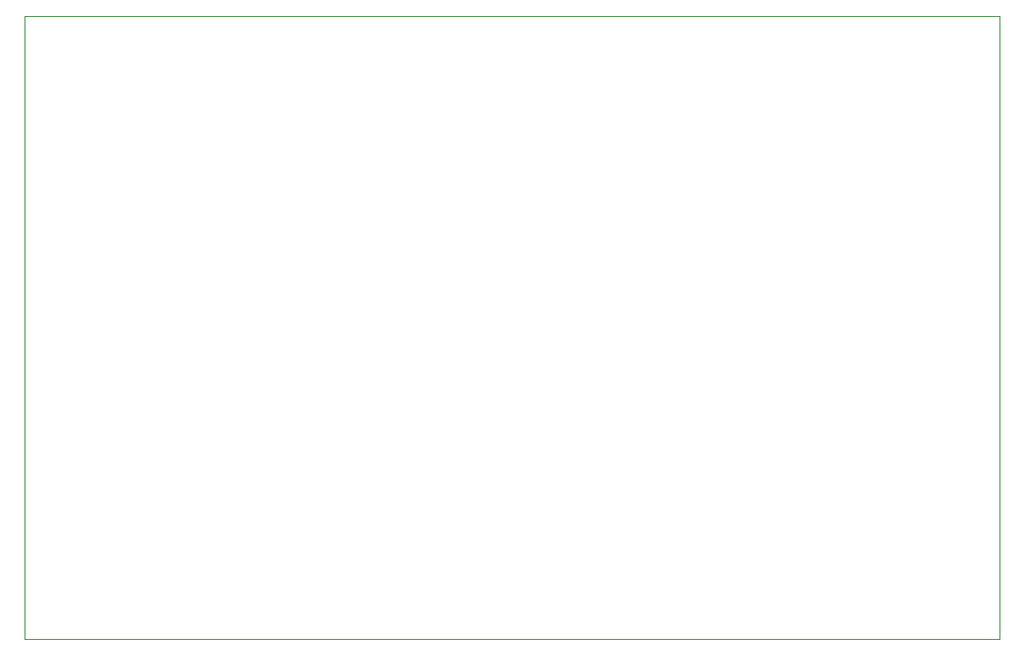
<source format=gbr>
%TF.GenerationSoftware,KiCad,Pcbnew,8.0.4-8.0.4-0~ubuntu22.04.1*%
%TF.CreationDate,2024-10-21T19:34:48-04:00*%
%TF.ProjectId,macropad,6d616372-6f70-4616-942e-6b696361645f,rev?*%
%TF.SameCoordinates,Original*%
%TF.FileFunction,Profile,NP*%
%FSLAX46Y46*%
G04 Gerber Fmt 4.6, Leading zero omitted, Abs format (unit mm)*
G04 Created by KiCad (PCBNEW 8.0.4-8.0.4-0~ubuntu22.04.1) date 2024-10-21 19:34:48*
%MOMM*%
%LPD*%
G01*
G04 APERTURE LIST*
%TA.AperFunction,Profile*%
%ADD10C,0.050000*%
%TD*%
G04 APERTURE END LIST*
D10*
X97500000Y-69500000D02*
X185000000Y-69500000D01*
X185000000Y-125500000D01*
X97500000Y-125500000D01*
X97500000Y-69500000D01*
M02*

</source>
